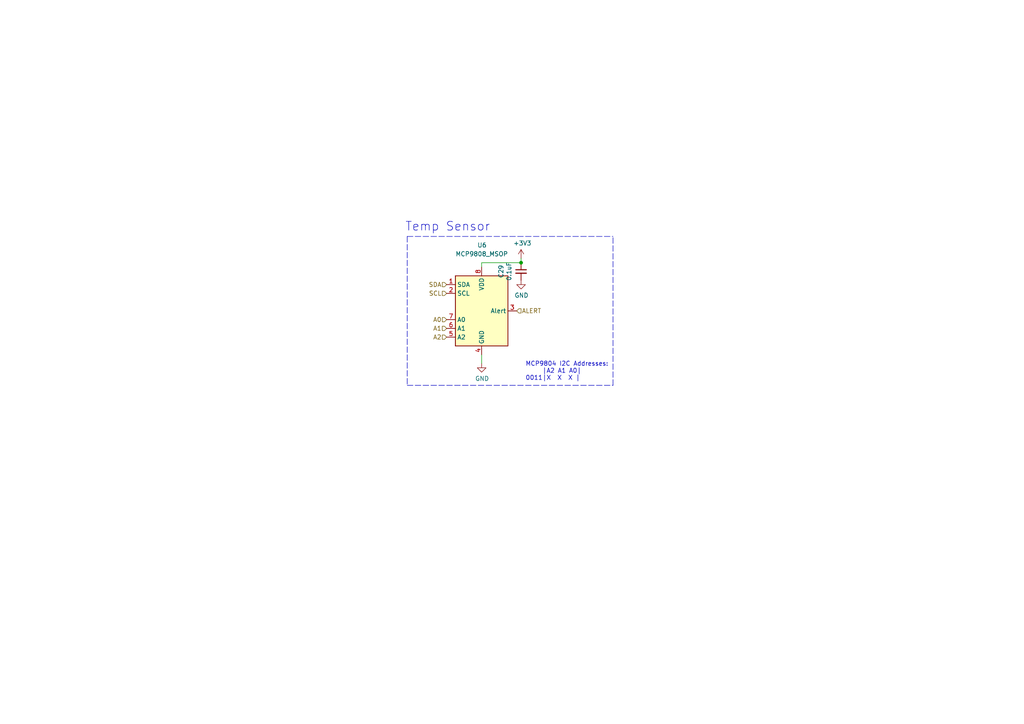
<source format=kicad_sch>
(kicad_sch (version 20211123) (generator eeschema)
  (paper "A4")
  (title_block (title "MCP9608 Temperature Sensor") (date "2021-12-06") (rev "v1.0.4") (company "Missouri S&T Rocket Design Team '21 (Thomas Francois)") (comment 1 "https://github.com/MSTRocketDesignTeam/Avionics-Data-Collection-PCB") (comment 2 "Intended as initial pre-production design") (comment 3 "Schematic depicting logical connections between components"))
  (lib_symbols
    (symbol "Data_Collection_KiCAD_Project-rescue:+3.3V-power-Data_Collection_KiCAD_Project-rescue" (power) (pin_names (offset 0))
      (property "Value" "Data_Collection_KiCAD_Project-rescue_+3.3V-power-Data_Collection_KiCAD_Project-rescue" (at 0 3.556 0))
      (symbol "+3.3V-power-Data_Collection_KiCAD_Project-rescue_0_1"
        (polyline (pts (xy -0.762 1.27) (xy 0 2.54)))
        (polyline (pts (xy 0 0) (xy 0 2.54)))
        (polyline (pts (xy 0 2.54) (xy 0.762 1.27)))
      )
      (symbol "+3.3V-power-Data_Collection_KiCAD_Project-rescue_1_1"
        (pin power_in line (at 0 0 90) (length 0) hide (name "+3V3") (number "1"))
      )
    )
    (symbol "Data_Collection_KiCAD_Project-rescue:C_Small-Device-Data_Collection_KiCAD_Project-rescue" (pin_numbers hide) (pin_names (offset 0.254) hide)
      (property "Reference" "C" (at 0.254 1.778 0))
      (property "Value" "Data_Collection_KiCAD_Project-rescue_C_Small-Device-Data_Collection_KiCAD_Project-rescue" (at 0.254 -2.032 0))
      (symbol "C_Small-Device-Data_Collection_KiCAD_Project-rescue_0_1"
        (polyline (pts (xy -1.524 -0.508) (xy 1.524 -0.508)) (stroke (width 0.3302)))
        (polyline (pts (xy -1.524 0.508) (xy 1.524 0.508)) (stroke (width 0.3048)))
      )
      (symbol "C_Small-Device-Data_Collection_KiCAD_Project-rescue_1_1"
        (pin passive line (at 0 2.54 270) (length 2.032) (name "~") (number "1"))
        (pin passive line (at 0 -2.54 90) (length 2.032) (name "~") (number "2"))
      )
    )
    (symbol "Data_Collection_KiCAD_Project-rescue:GND-power-Data_Collection_KiCAD_Project-rescue" (power) (pin_names (offset 0))
      (property "Value" "Data_Collection_KiCAD_Project-rescue_GND-power-Data_Collection_KiCAD_Project-rescue" (at 0 -3.81 0))
      (symbol "GND-power-Data_Collection_KiCAD_Project-rescue_0_1"
        (polyline (pts (xy 0 0) (xy 0 -1.27) (xy 1.27 -1.27) (xy 0 -2.54) (xy -1.27 -1.27) (xy 0 -1.27)))
      )
      (symbol "GND-power-Data_Collection_KiCAD_Project-rescue_1_1"
        (pin power_in line (at 0 0 270) (length 0) hide (name "GND") (number "1"))
      )
    )
    (symbol "Data_Collection_KiCAD_Project-rescue:MCP9808_MSOP-Sensor_Temperature-Data_Collection_KiCAD_Project-rescue"
      (property "Reference" "U" (at -6.35 11.43 0))
      (property "Value" "Data_Collection_KiCAD_Project-rescue_MCP9808_MSOP-Sensor_Temperature-Data_Collection_KiCAD_Project-rescue" (at 10.16 11.43 0))
      (symbol "MCP9808_MSOP-Sensor_Temperature-Data_Collection_KiCAD_Project-rescue_0_1"
        (rectangle (start -7.62 10.16) (end 7.62 -10.16) (stroke (width 0.254)) (fill (type background)))
      )
      (symbol "MCP9808_MSOP-Sensor_Temperature-Data_Collection_KiCAD_Project-rescue_1_1"
        (pin bidirectional line (at -10.16 7.62 0) (length 2.54) (name "SDA") (number "1"))
        (pin input line (at -10.16 5.08 0) (length 2.54) (name "SCL") (number "2"))
        (pin output line (at 10.16 0 180) (length 2.54) (name "Alert") (number "3"))
        (pin power_in line (at 0 -12.7 90) (length 2.54) (name "GND") (number "4"))
        (pin input line (at -10.16 -7.62 0) (length 2.54) (name "A2") (number "5"))
        (pin input line (at -10.16 -5.08 0) (length 2.54) (name "A1") (number "6"))
        (pin input line (at -10.16 -2.54 0) (length 2.54) (name "A0") (number "7"))
        (pin power_in line (at 0 12.7 270) (length 2.54) (name "VDD") (number "8"))
      )
    )
  )
  (junction (at 151.13 76.2))
  (polyline (pts (xy 118.11 68.58) (xy 118.11 111.76)))
  (wire (pts (xy 139.7 76.2) (xy 151.13 76.2)))
  (wire (pts (xy 139.7 102.87) (xy 139.7 105.41)))
  (polyline (pts (xy 177.8 111.76) (xy 177.8 68.58)))
  (wire (pts (xy 151.13 76.2) (xy 151.13 74.93)))
  (polyline (pts (xy 118.11 111.76) (xy 177.8 111.76)))
  (polyline (pts (xy 118.11 68.58) (xy 177.8 68.58)))
  (wire (pts (xy 139.7 77.47) (xy 139.7 76.2)))
  (text "Temp Sensor" (at 142.24 67.31 180) (effects (font (size 2.54 2.54)) (justify right bottom)))
  (text "MCP9804 I2C Addresses:\n     |A2 A1 A0|\n0011|X  X  X |" (at 152.4 110.49 0) (effects (font (size 1.27 1.27)) (justify left bottom)))
  (hierarchical_label "A2" (shape input) (at 129.54 97.79 180))
  (hierarchical_label "SDA" (shape input) (at 129.54 82.55 180))
  (hierarchical_label "SCL" (shape input) (at 129.54 85.09 180))
  (hierarchical_label "ALERT" (shape input) (at 149.86 90.17 0))
  (hierarchical_label "A0" (shape input) (at 129.54 92.71 180))
  (hierarchical_label "A1" (shape input) (at 129.54 95.25 180))
  (symbol (lib_id "Data_Collection_KiCAD_Project-rescue:MCP9808_MSOP-Sensor_Temperature-Data_Collection_KiCAD_Project-rescue") (at 139.7 90.17 0) (unit 1)
    (property "Reference" "U6" (at 138.43 71.12 0) (effects (justify left)))
    (property "Value" "MCP9808_MSOP" (at 132.08 73.66 0) (effects (justify left)))
    (property "Footprint" "Package_SO:MSOP-8_3x3mm_P0.65mm" (effects hide))
    (property "Datasheet" "http://ww1.microchip.com/downloads/en/DeviceDoc/22203b.pdf" (effects hide))
  )
  (symbol (lib_id "Data_Collection_KiCAD_Project-rescue:GND-power-Data_Collection_KiCAD_Project-rescue") (at 139.7 105.41 0) (unit 1)
    (property "Reference" "#PWR038" (effects hide))
    (property "Value" "GND" (at 139.827 109.8042 0))
  )
  (symbol (lib_id "Data_Collection_KiCAD_Project-rescue:+3.3V-power-Data_Collection_KiCAD_Project-rescue") (at 151.13 74.93 0) (unit 1)
    (property "Reference" "#PWR039" (effects hide))
    (property "Value" "+3.3V" (at 151.511 70.5358 0))
  )
  (symbol (lib_id "Data_Collection_KiCAD_Project-rescue:C_Small-Device-Data_Collection_KiCAD_Project-rescue") (at 151.13 78.74 0) (unit 1)
    (property "Reference" "C29" (at 145.3134 78.74 90))
    (property "Value" "0.1uF" (at 147.6248 78.74 90))
    (property "Footprint" "Capacitor_SMD:C_0603_1608Metric_Pad1.08x0.95mm_HandSolder" (effects hide))
  )
  (symbol (lib_id "Data_Collection_KiCAD_Project-rescue:GND-power-Data_Collection_KiCAD_Project-rescue") (at 151.13 81.28 0) (unit 1)
    (property "Reference" "#PWR064" (effects hide))
    (property "Value" "GND" (at 151.257 85.6742 0))
  )
)
</source>
